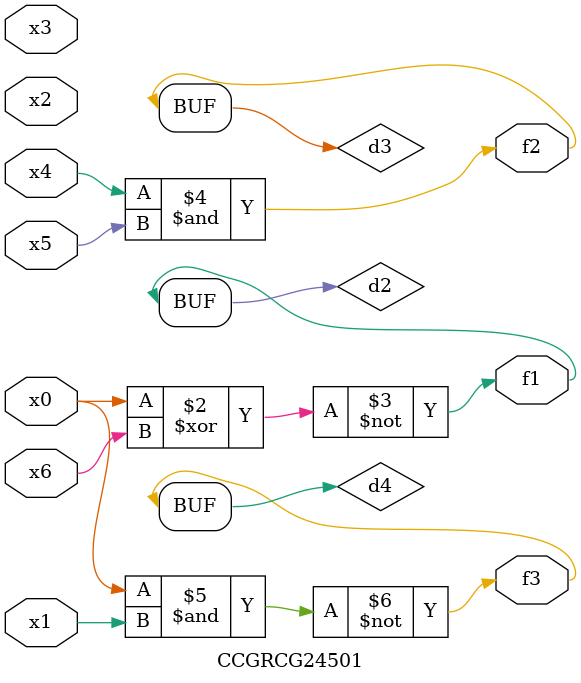
<source format=v>
module CCGRCG24501(
	input x0, x1, x2, x3, x4, x5, x6,
	output f1, f2, f3
);

	wire d1, d2, d3, d4;

	nor (d1, x0);
	xnor (d2, x0, x6);
	and (d3, x4, x5);
	nand (d4, x0, x1);
	assign f1 = d2;
	assign f2 = d3;
	assign f3 = d4;
endmodule

</source>
